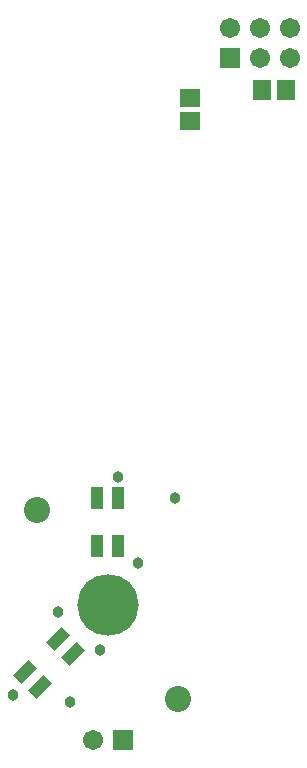
<source format=gts>
G04 Layer_Color=8388736*
%FSLAX25Y25*%
%MOIN*%
G70*
G01*
G75*
%ADD23R,0.03910X0.07335*%
G04:AMPARAMS|DCode=24|XSize=73.35mil|YSize=39.1mil|CornerRadius=0mil|HoleSize=0mil|Usage=FLASHONLY|Rotation=225.000|XOffset=0mil|YOffset=0mil|HoleType=Round|Shape=Rectangle|*
%AMROTATEDRECTD24*
4,1,4,0.01211,0.03976,0.03976,0.01211,-0.01211,-0.03976,-0.03976,-0.01211,0.01211,0.03976,0.0*
%
%ADD24ROTATEDRECTD24*%

%ADD25R,0.06312X0.06706*%
%ADD26R,0.06706X0.06312*%
%ADD27C,0.06706*%
%ADD28R,0.06706X0.06706*%
%ADD29C,0.20485*%
%ADD30C,0.08674*%
%ADD31C,0.08674*%
%ADD32C,0.03800*%
D23*
X-3543Y19685D02*
D03*
X3543Y35433D02*
D03*
X-3543D02*
D03*
X3543Y19685D02*
D03*
D24*
X-11414Y-16425D02*
D03*
X-27560Y-22549D02*
D03*
X-22549Y-27560D02*
D03*
X-16425Y-11414D02*
D03*
D25*
X59437Y171500D02*
D03*
X51563D02*
D03*
D26*
X27500Y161063D02*
D03*
Y168937D02*
D03*
D27*
X-5000Y-45000D02*
D03*
X40709Y192087D02*
D03*
X50709Y182087D02*
D03*
Y192087D02*
D03*
X60709Y182087D02*
D03*
Y192087D02*
D03*
D28*
X5000Y-45000D02*
D03*
X40709Y182087D02*
D03*
D29*
X-0Y-0D02*
D03*
D30*
X23622Y-31496D02*
D03*
D31*
X-23622Y31496D02*
D03*
D32*
X-12500Y-32500D02*
D03*
X-31500Y-30000D02*
D03*
X-2500Y-15000D02*
D03*
X-16500Y-2500D02*
D03*
X10000Y14000D02*
D03*
X22500Y35500D02*
D03*
X3543Y42457D02*
D03*
M02*

</source>
